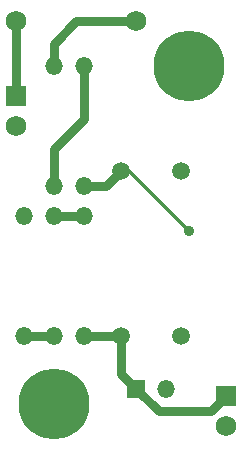
<source format=gbl>
G04 (created by PCBNEW (22-Jun-2014 BZR 4027)-stable) date Sat 24 Feb 2018 09:18:46 AM CST*
%MOIN*%
G04 Gerber Fmt 3.4, Leading zero omitted, Abs format*
%FSLAX34Y34*%
G01*
G70*
G90*
G04 APERTURE LIST*
%ADD10C,0.00590551*%
%ADD11R,0.069X0.069*%
%ADD12C,0.069*%
%ADD13O,0.059X0.059*%
%ADD14R,0.059X0.059*%
%ADD15C,0.059*%
%ADD16C,0.23622*%
%ADD17C,0.035*%
%ADD18C,0.03*%
%ADD19C,0.01*%
G04 APERTURE END LIST*
G54D10*
G54D11*
X54500Y-42250D03*
G54D12*
X54500Y-43250D03*
G54D11*
X61500Y-52250D03*
G54D12*
X61500Y-53250D03*
G54D13*
X56750Y-50250D03*
X56750Y-46250D03*
X55750Y-46250D03*
X55750Y-50250D03*
X56750Y-41250D03*
X56750Y-45250D03*
X54750Y-50250D03*
X54750Y-46250D03*
G54D12*
X54500Y-39750D03*
X58500Y-39750D03*
G54D14*
X58500Y-52000D03*
G54D13*
X59500Y-52000D03*
G54D15*
X58000Y-44750D03*
X60000Y-44750D03*
X58000Y-50250D03*
X60000Y-50250D03*
G54D16*
X60250Y-41250D03*
X55750Y-52500D03*
G54D13*
X55750Y-41250D03*
X55750Y-45250D03*
G54D17*
X60250Y-46750D03*
G54D18*
X58500Y-52000D02*
X59250Y-52750D01*
X61000Y-52750D02*
X61500Y-52250D01*
X59250Y-52750D02*
X61000Y-52750D01*
X58000Y-50250D02*
X58000Y-51500D01*
X58000Y-51500D02*
X58500Y-52000D01*
X56750Y-50250D02*
X58000Y-50250D01*
X54750Y-50250D02*
X55750Y-50250D01*
X55750Y-46250D02*
X56750Y-46250D01*
X55750Y-45250D02*
X55750Y-44000D01*
X56750Y-43000D02*
X56750Y-41250D01*
X55750Y-44000D02*
X56750Y-43000D01*
X54500Y-42250D02*
X54500Y-39750D01*
G54D19*
X58250Y-44750D02*
X58000Y-44750D01*
X60250Y-46750D02*
X58250Y-44750D01*
G54D18*
X56750Y-45250D02*
X57500Y-45250D01*
X57500Y-45250D02*
X58000Y-44750D01*
X58500Y-39750D02*
X56500Y-39750D01*
X55750Y-40500D02*
X55750Y-41250D01*
X56500Y-39750D02*
X55750Y-40500D01*
M02*

</source>
